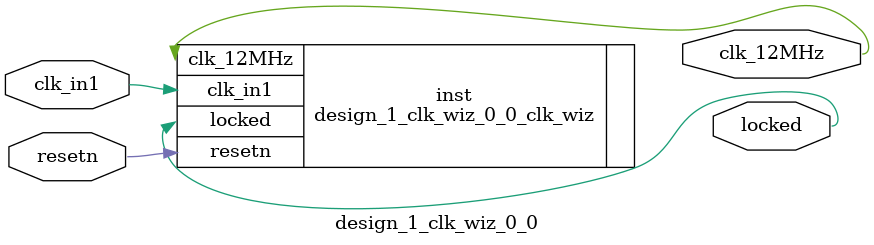
<source format=v>


`timescale 1ps/1ps

(* CORE_GENERATION_INFO = "design_1_clk_wiz_0_0,clk_wiz_v6_0_2_0_0,{component_name=design_1_clk_wiz_0_0,use_phase_alignment=true,use_min_o_jitter=false,use_max_i_jitter=false,use_dyn_phase_shift=false,use_inclk_switchover=false,use_dyn_reconfig=false,enable_axi=0,feedback_source=FDBK_AUTO,PRIMITIVE=MMCM,num_out_clk=1,clkin1_period=10.000,clkin2_period=10.000,use_power_down=false,use_reset=true,use_locked=true,use_inclk_stopped=false,feedback_type=SINGLE,CLOCK_MGR_TYPE=NA,manual_override=false}" *)

module design_1_clk_wiz_0_0 
 (
  // Clock out ports
  output        clk_12MHz,
  // Status and control signals
  input         resetn,
  output        locked,
 // Clock in ports
  input         clk_in1
 );

  design_1_clk_wiz_0_0_clk_wiz inst
  (
  // Clock out ports  
  .clk_12MHz(clk_12MHz),
  // Status and control signals               
  .resetn(resetn), 
  .locked(locked),
 // Clock in ports
  .clk_in1(clk_in1)
  );

endmodule

</source>
